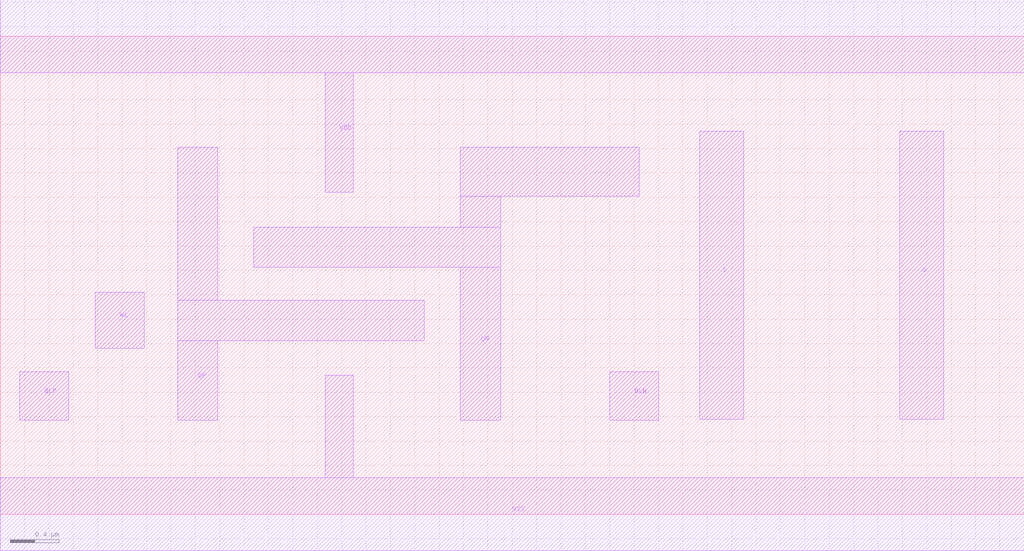
<source format=lef>
VERSION 5.7 ;
  NOWIREEXTENSIONATPIN ON ;
  DIVIDERCHAR "/" ;
  BUSBITCHARS "[]" ;
MACRO gf180mcu_fpga_bitmux
  CLASS core ;
  FOREIGN gf180mcu_fpga_bitmux ;
  ORIGIN 0.000 0.000 ;
  SYMMETRY X Y ;
  SITE GF018hv5v_mcu_sc7 ;
  SIZE 8.400 BY 3.920 ;
  PIN VSS
    USE GROUND ;
     SHAPE ABUTMENT ;
    PORT
      LAYER Metal1 ;
        RECT 2.665 0.300 2.895 1.140 ;
        RECT 0.000 -0.300 8.400 0.300 ;
    END
  END VSS
  PIN VDD
    USE POWER ;
     SHAPE ABUTMENT ;
    PORT
      LAYER Metal1 ;
        RECT 0.000 3.620 8.400 4.220 ;
        RECT 2.665 2.640 2.895 3.620 ;
    END
  END VDD
  PIN BLP
    ANTENNADIFFAREA 0.190000 ;
    PORT
      LAYER Metal1 ;
        RECT 0.160 0.770 0.560 1.170 ;
    END
  END BLP
  PIN BLN
    ANTENNADIFFAREA 0.190000 ;
    PORT
      LAYER Metal1 ;
        RECT 5.000 0.770 5.400 1.170 ;
    END
  END BLN
  PIN WL
    ANTENNAGATEAREA 0.456000 ;
    PORT
      LAYER Metal1 ;
        RECT 0.780 1.360 1.180 1.820 ;
    END
  END WL
  PIN QP
    ANTENNAGATEAREA 0.786000 ;
    ANTENNADIFFAREA 0.690000 ;
    PORT
      LAYER Metal1 ;
        RECT 1.455 1.755 1.785 3.010 ;
        RECT 1.455 1.425 3.480 1.755 ;
        RECT 1.455 0.770 1.785 1.425 ;
    END
  END QP
  PIN QN
    ANTENNAGATEAREA 0.954000 ;
    ANTENNADIFFAREA 0.624000 ;
    PORT
      LAYER Metal1 ;
        RECT 3.775 2.610 5.240 3.010 ;
        RECT 3.775 2.355 4.105 2.610 ;
        RECT 2.080 2.025 4.105 2.355 ;
        RECT 3.775 0.770 4.105 2.025 ;
    END
  END QN
  PIN I
    ANTENNADIFFAREA 0.728000 ;
    PORT
      LAYER Metal1 ;
        RECT 5.740 0.780 6.100 3.140 ;
    END
  END I
  PIN O
    ANTENNADIFFAREA 0.728000 ;
    PORT
      LAYER Metal1 ;
        RECT 7.380 0.780 7.740 3.140 ;
    END
  END O
END gf180mcu_fpga_bitmux
END LIBRARY


</source>
